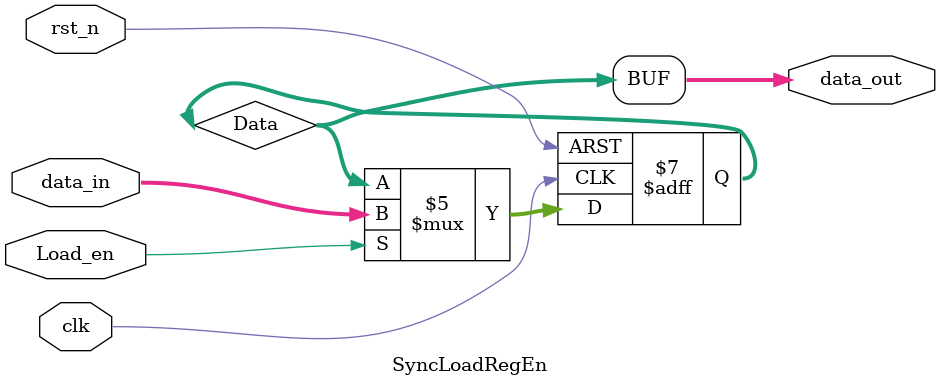
<source format=v>

module SyncLoadRegEn #
(
	parameter BUS_WIDTH = 32
)
(
	input clk,
	input rst_n,
	input Load_en,
	input [(BUS_WIDTH-1):0] data_in,
	output [(BUS_WIDTH-1):0] data_out	
);
reg [(BUS_WIDTH-1):0]Data;
initial begin
	Data = {BUS_WIDTH{1'b0}};
end

always @(negedge clk or negedge rst_n) begin
	if(!rst_n) begin
		Data <= {BUS_WIDTH{1'b0}}; //reset
	end else if(Load_en == 1'b1) begin
		Data <= data_in;
	end
end
assign data_out = Data;
endmodule //SyncLoadReg
</source>
